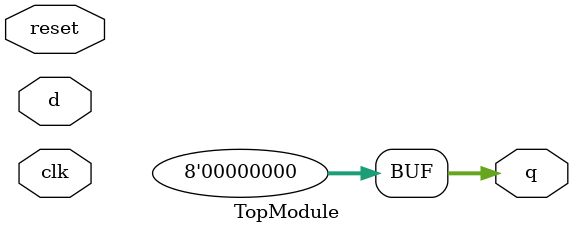
<source format=v>
module TopModule (
  input clk,
  input [7:0] d,
  input reset,
  output reg [7:0] q
);

  // Module body - leave empty or add minimal initialization
  initial begin
    q = 8'b0; // Optional: Initialize q
  end

endmodule
</source>
